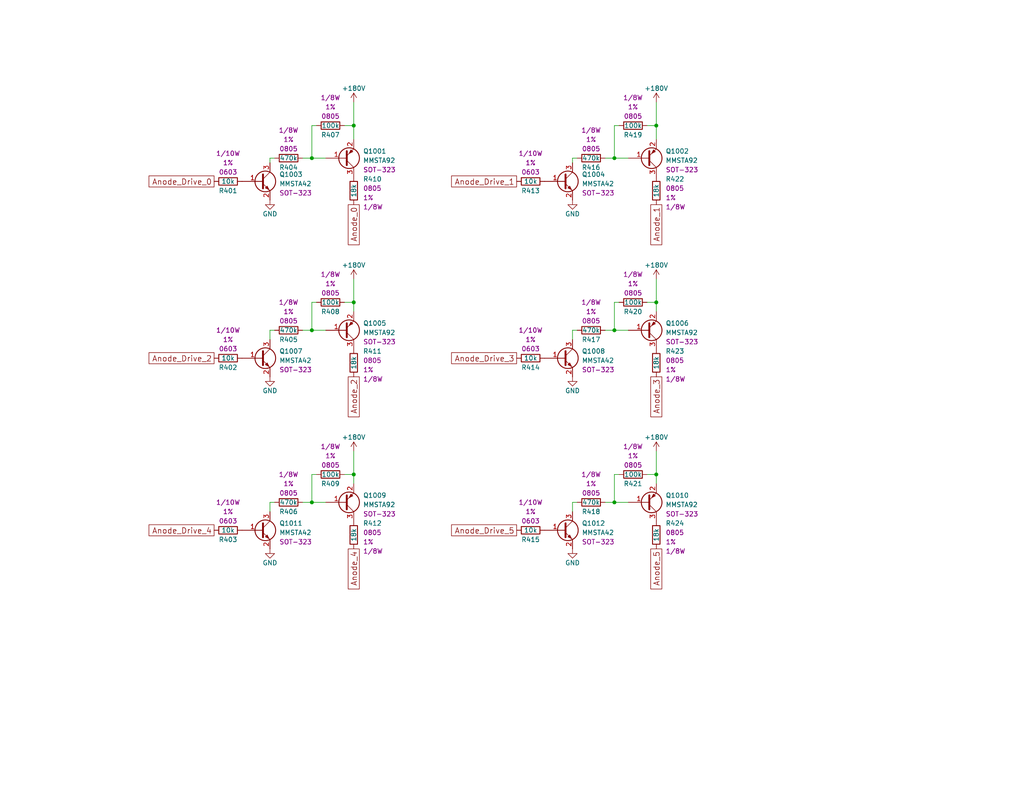
<source format=kicad_sch>
(kicad_sch (version 20230121) (generator eeschema)
  (paper "A")
  (title_block (date "2023-05-21") (rev "PRELIM") (company "Drew Maatman"))
  (lib_symbols
    (symbol "Custom Library:+180V" (power) (pin_names (offset 0))
      (property "Value" "+180V" (at 0 3.81 0))
      (symbol "+180V_0_1"
        (polyline (pts (xy -0.762 1.27) (xy 0 2.54)))
        (polyline (pts (xy 0 0) (xy 0 2.54)))
        (polyline (pts (xy 0 2.54) (xy 0.762 1.27)))
      )
      (symbol "+180V_1_1"
        (pin power_in line (at 0 0 90) (length 0) hide (name "+180V") (number "1"))
      )
    )
    (symbol "Custom Library:R_Custom" (pin_numbers hide) (pin_names (offset 1.016) hide)
      (property "Reference" "R" (at -2.54 0 90))
      (property "Value" "R_Custom" (at 0 0 90))
      (property "display_footprint" "Foot" (at 2.54 0 90))
      (property "Tolerance" "Tol" (at 5.08 0 90))
      (property "Wattage" "W" (at 7.62 0 90))
      (symbol "R_Custom_0_1"
        (rectangle (start 1.016 2.54) (end -1.016 -2.54) (stroke (width 0.254)))
      )
      (symbol "R_Custom_1_1"
        (pin passive line (at 0 3.81 270) (length 1.27) (name "1") (number "1"))
        (pin passive line (at 0 -3.81 90) (length 1.27) (name "2") (number "2"))
      )
    )
    (symbol "Nixie-Clock-rescue:GND" (power) (pin_names (offset 0))
      (property "Value" "GND" (at 0 -3.81 0))
      (symbol "GND_0_1"
        (polyline (pts (xy 0 0) (xy 0 -1.27) (xy 1.27 -1.27) (xy 0 -2.54) (xy -1.27 -1.27) (xy 0 -1.27)))
      )
      (symbol "GND_1_1"
        (pin power_in line (at 0 0 270) (length 0) hide (name "GND") (number "1"))
      )
    )
    (symbol "Nixie-Clock-rescue:Q_NPN_BEC" (pin_names (offset 0) hide)
      (property "Reference" "Q" (at 5.08 1.27 0))
      (property "Value" "Q_NPN_BEC" (at 5.08 -1.27 0))
      (symbol "Q_NPN_BEC_0_1"
        (polyline (pts (xy 0.635 0.635) (xy 2.54 2.54)))
        (polyline (pts (xy 0.635 -0.635) (xy 2.54 -2.54) (xy 2.54 -2.54)))
        (polyline (pts (xy 0.635 1.905) (xy 0.635 -1.905) (xy 0.635 -1.905)) (stroke (width 0.508)))
        (polyline (pts (xy 1.27 -1.778) (xy 1.778 -1.27) (xy 2.286 -2.286) (xy 1.27 -1.778) (xy 1.27 -1.778)) (fill (type outline)))
        (circle (center 1.27 0) (radius 2.8194) (stroke (width 0.254)))
      )
      (symbol "Q_NPN_BEC_1_1"
        (pin input line (at -5.08 0 0) (length 5.715) (name "B") (number "1"))
        (pin passive line (at 2.54 -5.08 90) (length 2.54) (name "E") (number "2"))
        (pin passive line (at 2.54 5.08 270) (length 2.54) (name "C") (number "3"))
      )
    )
    (symbol "Nixie-Clock-rescue:Q_PNP_BEC" (pin_names (offset 0) hide)
      (property "Reference" "Q" (at 5.08 1.27 0))
      (property "Value" "Q_PNP_BEC" (at 5.08 -1.27 0))
      (symbol "Q_PNP_BEC_0_1"
        (polyline (pts (xy 0.635 0.635) (xy 2.54 2.54)))
        (polyline (pts (xy 0.635 -0.635) (xy 2.54 -2.54) (xy 2.54 -2.54)))
        (polyline (pts (xy 0.635 1.905) (xy 0.635 -1.905) (xy 0.635 -1.905)) (stroke (width 0.508)))
        (polyline (pts (xy 2.286 -1.778) (xy 1.778 -2.286) (xy 1.27 -1.27) (xy 2.286 -1.778) (xy 2.286 -1.778)) (fill (type outline)))
        (circle (center 1.27 0) (radius 2.8194) (stroke (width 0.254)))
      )
      (symbol "Q_PNP_BEC_1_1"
        (pin input line (at -5.08 0 0) (length 5.715) (name "B") (number "1"))
        (pin passive line (at 2.54 -5.08 90) (length 2.54) (name "E") (number "2"))
        (pin passive line (at 2.54 5.08 270) (length 2.54) (name "C") (number "3"))
      )
    )
  )
  (junction (at 96.52 129.54))
  (junction (at 85.09 137.16))
  (junction (at 96.52 34.29))
  (junction (at 85.09 43.18))
  (junction (at 179.07 34.29))
  (junction (at 167.64 43.18))
  (junction (at 96.52 82.55))
  (junction (at 179.07 82.55))
  (junction (at 167.64 137.16))
  (junction (at 85.09 90.17))
  (junction (at 167.64 90.17))
  (junction (at 179.07 129.54))
  (wire (pts (xy 168.91 129.54) (xy 167.64 129.54)))
  (wire (pts (xy 85.09 129.54) (xy 85.09 137.16)))
  (wire (pts (xy 156.21 137.16) (xy 156.21 139.7)))
  (wire (pts (xy 73.66 137.16) (xy 73.66 139.7)))
  (wire (pts (xy 96.52 129.54) (xy 96.52 132.08)))
  (wire (pts (xy 86.36 34.29) (xy 85.09 34.29)))
  (wire (pts (xy 179.07 129.54) (xy 179.07 132.08)))
  (wire (pts (xy 179.07 34.29) (xy 179.07 38.1)))
  (wire (pts (xy 74.93 137.16) (xy 73.66 137.16)))
  (wire (pts (xy 86.36 82.55) (xy 85.09 82.55)))
  (wire (pts (xy 179.07 129.54) (xy 176.53 129.54)))
  (wire (pts (xy 179.07 82.55) (xy 179.07 85.09)))
  (wire (pts (xy 168.91 82.55) (xy 167.64 82.55)))
  (wire (pts (xy 179.07 27.94) (xy 179.07 34.29)))
  (wire (pts (xy 96.52 123.19) (xy 96.52 129.54)))
  (wire (pts (xy 156.21 43.18) (xy 156.21 44.45)))
  (wire (pts (xy 96.52 34.29) (xy 93.98 34.29)))
  (wire (pts (xy 168.91 34.29) (xy 167.64 34.29)))
  (wire (pts (xy 157.48 43.18) (xy 156.21 43.18)))
  (wire (pts (xy 157.48 90.17) (xy 156.21 90.17)))
  (wire (pts (xy 73.66 90.17) (xy 73.66 92.71)))
  (wire (pts (xy 85.09 137.16) (xy 88.9 137.16)))
  (wire (pts (xy 156.21 90.17) (xy 156.21 92.71)))
  (wire (pts (xy 165.1 90.17) (xy 167.64 90.17)))
  (wire (pts (xy 167.64 43.18) (xy 171.45 43.18)))
  (wire (pts (xy 96.52 82.55) (xy 93.98 82.55)))
  (wire (pts (xy 167.64 90.17) (xy 171.45 90.17)))
  (wire (pts (xy 179.07 34.29) (xy 176.53 34.29)))
  (wire (pts (xy 167.64 82.55) (xy 167.64 90.17)))
  (wire (pts (xy 165.1 43.18) (xy 167.64 43.18)))
  (wire (pts (xy 167.64 129.54) (xy 167.64 137.16)))
  (wire (pts (xy 96.52 82.55) (xy 96.52 85.09)))
  (wire (pts (xy 167.64 137.16) (xy 171.45 137.16)))
  (wire (pts (xy 82.55 137.16) (xy 85.09 137.16)))
  (wire (pts (xy 96.52 27.94) (xy 96.52 34.29)))
  (wire (pts (xy 96.52 34.29) (xy 96.52 38.1)))
  (wire (pts (xy 96.52 76.2) (xy 96.52 82.55)))
  (wire (pts (xy 96.52 129.54) (xy 93.98 129.54)))
  (wire (pts (xy 179.07 76.2) (xy 179.07 82.55)))
  (wire (pts (xy 74.93 90.17) (xy 73.66 90.17)))
  (wire (pts (xy 157.48 137.16) (xy 156.21 137.16)))
  (wire (pts (xy 82.55 90.17) (xy 85.09 90.17)))
  (wire (pts (xy 179.07 123.19) (xy 179.07 129.54)))
  (wire (pts (xy 86.36 129.54) (xy 85.09 129.54)))
  (wire (pts (xy 85.09 90.17) (xy 88.9 90.17)))
  (wire (pts (xy 82.55 43.18) (xy 85.09 43.18)))
  (wire (pts (xy 73.66 43.18) (xy 73.66 44.45)))
  (wire (pts (xy 85.09 82.55) (xy 85.09 90.17)))
  (wire (pts (xy 85.09 34.29) (xy 85.09 43.18)))
  (wire (pts (xy 85.09 43.18) (xy 88.9 43.18)))
  (wire (pts (xy 167.64 34.29) (xy 167.64 43.18)))
  (wire (pts (xy 74.93 43.18) (xy 73.66 43.18)))
  (wire (pts (xy 165.1 137.16) (xy 167.64 137.16)))
  (wire (pts (xy 179.07 82.55) (xy 176.53 82.55)))
  (global_label "Anode_1" (shape passive) (at 179.07 55.88 270) (effects (font (size 1.524 1.524))) (property "Intersheetrefs" "${INTERSHEET_REFS}" (effects hide)))
  (global_label "Anode_5" (shape passive) (at 179.07 149.86 270) (effects (font (size 1.524 1.524))) (property "Intersheetrefs" "${INTERSHEET_REFS}" (effects hide)))
  (global_label "Anode_3" (shape passive) (at 179.07 102.87 270) (effects (font (size 1.524 1.524))) (property "Intersheetrefs" "${INTERSHEET_REFS}" (effects hide)))
  (global_label "Anode_Drive_2" (shape passive) (at 58.42 97.79 180) (effects (font (size 1.524 1.524))) (property "Intersheetrefs" "${INTERSHEET_REFS}" (effects hide)))
  (global_label "Anode_Drive_4" (shape passive) (at 58.42 144.78 180) (effects (font (size 1.524 1.524))) (property "Intersheetrefs" "${INTERSHEET_REFS}" (effects hide)))
  (global_label "Anode_Drive_3" (shape passive) (at 140.97 97.79 180) (effects (font (size 1.524 1.524))) (property "Intersheetrefs" "${INTERSHEET_REFS}" (effects hide)))
  (global_label "Anode_Drive_1" (shape passive) (at 140.97 49.53 180) (effects (font (size 1.524 1.524))) (property "Intersheetrefs" "${INTERSHEET_REFS}" (effects hide)))
  (global_label "Anode_Drive_0" (shape passive) (at 58.42 49.53 180) (effects (font (size 1.524 1.524))) (property "Intersheetrefs" "${INTERSHEET_REFS}" (effects hide)))
  (global_label "Anode_2" (shape passive) (at 96.52 102.87 270) (effects (font (size 1.524 1.524))) (property "Intersheetrefs" "${INTERSHEET_REFS}" (effects hide)))
  (global_label "Anode_4" (shape passive) (at 96.52 149.86 270) (effects (font (size 1.524 1.524))) (property "Intersheetrefs" "${INTERSHEET_REFS}" (effects hide)))
  (global_label "Anode_Drive_5" (shape passive) (at 140.97 144.78 180) (effects (font (size 1.524 1.524))) (property "Intersheetrefs" "${INTERSHEET_REFS}" (effects hide)))
  (global_label "Anode_0" (shape passive) (at 96.52 55.88 270) (effects (font (size 1.524 1.524))) (property "Intersheetrefs" "${INTERSHEET_REFS}" (effects hide)))
  (symbol (lib_id "Custom Library:R_Custom") (at 161.29 90.17 90) (unit 1)
    (property "Reference" "R417" (at 161.29 92.71 90))
    (property "Value" "470k" (at 161.29 90.17 90))
    (property "Footprint" "Resistors_SMD:R_0805" (effects hide))
    (property "display_footprint" "0805" (at 161.29 87.63 90))
    (property "Tolerance" "1%" (at 161.29 85.09 90))
    (property "Wattage" "1/8W" (at 161.29 82.55 90))
    (property "Digi-Key PN" "PN" (effects hide))
  )
  (symbol (lib_id "Custom Library:R_Custom") (at 161.29 137.16 90) (unit 1)
    (property "Reference" "R418" (at 161.29 139.7 90))
    (property "Value" "470k" (at 161.29 137.16 90))
    (property "Footprint" "Resistors_SMD:R_0805" (effects hide))
    (property "display_footprint" "0805" (at 161.29 134.62 90))
    (property "Tolerance" "1%" (at 161.29 132.08 90))
    (property "Wattage" "1/8W" (at 161.29 129.54 90))
    (property "Digi-Key PN" "PN" (effects hide))
  )
  (symbol (lib_id "Custom Library:R_Custom") (at 179.07 99.06 0) (mirror x) (unit 1)
    (property "Reference" "R423" (at 181.61 95.885 0) (effects (justify left)))
    (property "Value" "18k" (at 179.07 99.06 90))
    (property "Footprint" "Resistors_SMD:R_0805" (effects hide))
    (property "display_footprint" "0805" (at 181.61 98.425 0) (effects (justify left)))
    (property "Tolerance" "1%" (at 181.61 100.965 0) (effects (justify left)))
    (property "Wattage" "1/8W" (at 181.61 103.505 0) (effects (justify left)))
    (property "Digi-Key PN" "PN" (effects hide))
  )
  (symbol (lib_id "Custom Library:R_Custom") (at 144.78 49.53 90) (unit 1)
    (property "Reference" "R413" (at 144.78 52.07 90))
    (property "Value" "10k" (at 144.78 49.53 90))
    (property "Footprint" "Resistors_SMD:R_0603" (effects hide))
    (property "display_footprint" "0603" (at 144.78 46.99 90))
    (property "Tolerance" "1%" (at 144.78 44.45 90))
    (property "Wattage" "1/10W" (at 144.78 41.91 90))
    (property "Digi-Key PN" "PN" (effects hide))
  )
  (symbol (lib_id "Nixie-Clock-rescue:Q_NPN_BEC") (at 153.67 97.79 0) (unit 1)
    (property "Reference" "Q1008" (at 158.75 95.885 0) (effects (justify left)))
    (property "Value" "MMSTA42" (at 158.75 98.425 0) (effects (justify left)))
    (property "Footprint" "TO_SOT_Packages_SMD:SOT-323_SC-70" (effects hide))
    (property "Footprint Display" "SOT-323" (at 158.75 100.965 0) (effects (justify left)))
    (instances (project "Nixie Clock" (path "" (reference "Q1008") (unit 1))) (project "IN12_carrier" (path "" (reference "Q408") (unit 1))))
  )
  (symbol (lib_id "Custom Library:+180V") (at 179.07 76.2 0) (unit 1)
    (property "Reference" "#PWR0410" (effects hide))
    (property "Value" "+180V" (at 179.07 72.39 0))
  )
  (symbol (lib_id "Nixie-Clock-rescue:Q_PNP_BEC") (at 93.98 90.17 0) (mirror x) (unit 1)
    (property "Reference" "Q1005" (at 99.06 88.265 0) (effects (justify left)))
    (property "Value" "MMSTA92" (at 99.06 90.805 0) (effects (justify left)))
    (property "Footprint" "TO_SOT_Packages_SMD:SOT-323_SC-70" (effects hide))
    (property "Footprint Display" "SOT-323" (at 99.06 93.345 0) (effects (justify left)))
    (instances (project "Nixie Clock" (path "" (reference "Q1005") (unit 1))) (project "IN12_carrier" (path "" (reference "Q405") (unit 1))))
  )
  (symbol (lib_id "Nixie-Clock-rescue:GND") (at 156.21 54.61 0) (unit 1)
    (property "Reference" "#PWR0117" (effects hide))
    (property "Value" "GND" (at 156.21 58.42 0))
    (instances (project "Nixie Clock" (path "" (reference "#PWR0117") (unit 1))) (project "IN12_carrier" (path "" (reference "#PWR0407") (unit 1))))
  )
  (symbol (lib_id "Custom Library:R_Custom") (at 96.52 146.05 0) (mirror x) (unit 1)
    (property "Reference" "R412" (at 99.06 142.875 0) (effects (justify left)))
    (property "Value" "18k" (at 96.52 146.05 90))
    (property "Footprint" "Resistors_SMD:R_0805" (effects hide))
    (property "display_footprint" "0805" (at 99.06 145.415 0) (effects (justify left)))
    (property "Tolerance" "1%" (at 99.06 147.955 0) (effects (justify left)))
    (property "Wattage" "1/8W" (at 99.06 150.495 0) (effects (justify left)))
    (property "Digi-Key PN" "PN" (effects hide))
  )
  (symbol (lib_id "Custom Library:R_Custom") (at 62.23 97.79 90) (unit 1)
    (property "Reference" "R402" (at 62.23 100.33 90))
    (property "Value" "10k" (at 62.23 97.79 90))
    (property "Footprint" "Resistors_SMD:R_0603" (effects hide))
    (property "display_footprint" "0603" (at 62.23 95.25 90))
    (property "Tolerance" "1%" (at 62.23 92.71 90))
    (property "Wattage" "1/10W" (at 62.23 90.17 90))
    (property "Digi-Key PN" "PN" (effects hide))
  )
  (symbol (lib_id "Nixie-Clock-rescue:GND") (at 73.66 149.86 0) (unit 1)
    (property "Reference" "#PWR0123" (effects hide))
    (property "Value" "GND" (at 73.66 153.67 0))
    (instances (project "Nixie Clock" (path "" (reference "#PWR0123") (unit 1))) (project "IN12_carrier" (path "" (reference "#PWR0403") (unit 1))))
  )
  (symbol (lib_id "Nixie-Clock-rescue:Q_PNP_BEC") (at 176.53 43.18 0) (mirror x) (unit 1)
    (property "Reference" "Q1002" (at 181.61 41.275 0) (effects (justify left)))
    (property "Value" "MMSTA92" (at 181.61 43.815 0) (effects (justify left)))
    (property "Footprint" "TO_SOT_Packages_SMD:SOT-323_SC-70" (effects hide))
    (property "Footprint Display" "SOT-323" (at 181.61 46.355 0) (effects (justify left)))
    (instances (project "Nixie Clock" (path "" (reference "Q1002") (unit 1))) (project "IN12_carrier" (path "" (reference "Q410") (unit 1))))
  )
  (symbol (lib_id "Nixie-Clock-rescue:Q_NPN_BEC") (at 71.12 49.53 0) (unit 1)
    (property "Reference" "Q1003" (at 76.2 47.625 0) (effects (justify left)))
    (property "Value" "MMSTA42" (at 76.2 50.165 0) (effects (justify left)))
    (property "Footprint" "TO_SOT_Packages_SMD:SOT-323_SC-70" (effects hide))
    (property "Footprint Display" "SOT-323" (at 76.2 52.705 0) (effects (justify left)))
    (instances (project "Nixie Clock" (path "" (reference "Q1003") (unit 1))) (project "IN12_carrier" (path "" (reference "Q401") (unit 1))))
  )
  (symbol (lib_id "Custom Library:R_Custom") (at 144.78 144.78 90) (unit 1)
    (property "Reference" "R415" (at 144.78 147.32 90))
    (property "Value" "10k" (at 144.78 144.78 90))
    (property "Footprint" "Resistors_SMD:R_0603" (effects hide))
    (property "display_footprint" "0603" (at 144.78 142.24 90))
    (property "Tolerance" "1%" (at 144.78 139.7 90))
    (property "Wattage" "1/10W" (at 144.78 137.16 90))
    (property "Digi-Key PN" "PN" (effects hide))
  )
  (symbol (lib_id "Custom Library:R_Custom") (at 161.29 43.18 90) (unit 1)
    (property "Reference" "R416" (at 161.29 45.72 90))
    (property "Value" "470k" (at 161.29 43.18 90))
    (property "Footprint" "Resistors_SMD:R_0805" (effects hide))
    (property "display_footprint" "0805" (at 161.29 40.64 90))
    (property "Tolerance" "1%" (at 161.29 38.1 90))
    (property "Wattage" "1/8W" (at 161.29 35.56 90))
    (property "Digi-Key PN" "PN" (effects hide))
  )
  (symbol (lib_id "Custom Library:+180V") (at 96.52 27.94 0) (unit 1)
    (property "Reference" "#PWR0404" (effects hide))
    (property "Value" "+180V" (at 96.52 24.13 0))
  )
  (symbol (lib_id "Custom Library:+180V") (at 96.52 123.19 0) (unit 1)
    (property "Reference" "#PWR0411" (effects hide))
    (property "Value" "+180V" (at 96.52 119.38 0))
  )
  (symbol (lib_id "Custom Library:R_Custom") (at 172.72 34.29 90) (unit 1)
    (property "Reference" "R419" (at 172.72 36.83 90))
    (property "Value" "100k" (at 172.72 34.29 90))
    (property "Footprint" "Resistors_SMD:R_0805" (effects hide))
    (property "display_footprint" "0805" (at 172.72 31.75 90))
    (property "Tolerance" "1%" (at 172.72 29.21 90))
    (property "Wattage" "1/8W" (at 172.72 26.67 90))
    (property "Digi-Key PN" "PN" (effects hide))
  )
  (symbol (lib_id "Custom Library:R_Custom") (at 96.52 99.06 0) (mirror x) (unit 1)
    (property "Reference" "R411" (at 99.06 95.885 0) (effects (justify left)))
    (property "Value" "18k" (at 96.52 99.06 90))
    (property "Footprint" "Resistors_SMD:R_0805" (effects hide))
    (property "display_footprint" "0805" (at 99.06 98.425 0) (effects (justify left)))
    (property "Tolerance" "1%" (at 99.06 100.965 0) (effects (justify left)))
    (property "Wattage" "1/8W" (at 99.06 103.505 0) (effects (justify left)))
    (property "Digi-Key PN" "PN" (effects hide))
  )
  (symbol (lib_id "Nixie-Clock-rescue:Q_NPN_BEC") (at 71.12 97.79 0) (unit 1)
    (property "Reference" "Q1007" (at 76.2 95.885 0) (effects (justify left)))
    (property "Value" "MMSTA42" (at 76.2 98.425 0) (effects (justify left)))
    (property "Footprint" "TO_SOT_Packages_SMD:SOT-323_SC-70" (effects hide))
    (property "Footprint Display" "SOT-323" (at 76.2 100.965 0) (effects (justify left)))
    (instances (project "Nixie Clock" (path "" (reference "Q1007") (unit 1))) (project "IN12_carrier" (path "" (reference "Q402") (unit 1))))
  )
  (symbol (lib_id "Custom Library:R_Custom") (at 179.07 146.05 0) (mirror x) (unit 1)
    (property "Reference" "R424" (at 181.61 142.875 0) (effects (justify left)))
    (property "Value" "18k" (at 179.07 146.05 90))
    (property "Footprint" "Resistors_SMD:R_0805" (effects hide))
    (property "display_footprint" "0805" (at 181.61 145.415 0) (effects (justify left)))
    (property "Tolerance" "1%" (at 181.61 147.955 0) (effects (justify left)))
    (property "Wattage" "1/8W" (at 181.61 150.495 0) (effects (justify left)))
    (property "Digi-Key PN" "PN" (effects hide))
  )
  (symbol (lib_id "Custom Library:R_Custom") (at 78.74 137.16 90) (unit 1)
    (property "Reference" "R406" (at 78.74 139.7 90))
    (property "Value" "470k" (at 78.74 137.16 90))
    (property "Footprint" "Resistors_SMD:R_0805" (effects hide))
    (property "display_footprint" "0805" (at 78.74 134.62 90))
    (property "Tolerance" "1%" (at 78.74 132.08 90))
    (property "Wattage" "1/8W" (at 78.74 129.54 90))
    (property "Digi-Key PN" "PN" (effects hide))
  )
  (symbol (lib_id "Custom Library:R_Custom") (at 96.52 52.07 0) (mirror x) (unit 1)
    (property "Reference" "R410" (at 99.06 48.895 0) (effects (justify left)))
    (property "Value" "18k" (at 96.52 52.07 90))
    (property "Footprint" "Resistors_SMD:R_0805" (effects hide))
    (property "display_footprint" "0805" (at 99.06 51.435 0) (effects (justify left)))
    (property "Tolerance" "1%" (at 99.06 53.975 0) (effects (justify left)))
    (property "Wattage" "1/8W" (at 99.06 56.515 0) (effects (justify left)))
    (property "Digi-Key PN" "PN" (effects hide))
  )
  (symbol (lib_id "Custom Library:R_Custom") (at 90.17 82.55 90) (unit 1)
    (property "Reference" "R408" (at 90.17 85.09 90))
    (property "Value" "100k" (at 90.17 82.55 90))
    (property "Footprint" "Resistors_SMD:R_0805" (effects hide))
    (property "display_footprint" "0805" (at 90.17 80.01 90))
    (property "Tolerance" "1%" (at 90.17 77.47 90))
    (property "Wattage" "1/8W" (at 90.17 74.93 90))
    (property "Digi-Key PN" "PN" (effects hide))
  )
  (symbol (lib_id "Custom Library:R_Custom") (at 172.72 82.55 90) (unit 1)
    (property "Reference" "R420" (at 172.72 85.09 90))
    (property "Value" "100k" (at 172.72 82.55 90))
    (property "Footprint" "Resistors_SMD:R_0805" (effects hide))
    (property "display_footprint" "0805" (at 172.72 80.01 90))
    (property "Tolerance" "1%" (at 172.72 77.47 90))
    (property "Wattage" "1/8W" (at 172.72 74.93 90))
    (property "Digi-Key PN" "PN" (effects hide))
  )
  (symbol (lib_id "Custom Library:R_Custom") (at 172.72 129.54 90) (unit 1)
    (property "Reference" "R421" (at 172.72 132.08 90))
    (property "Value" "100k" (at 172.72 129.54 90))
    (property "Footprint" "Resistors_SMD:R_0805" (effects hide))
    (property "display_footprint" "0805" (at 172.72 127 90))
    (property "Tolerance" "1%" (at 172.72 124.46 90))
    (property "Wattage" "1/8W" (at 172.72 121.92 90))
    (property "Digi-Key PN" "PN" (effects hide))
  )
  (symbol (lib_id "Custom Library:R_Custom") (at 90.17 34.29 90) (unit 1)
    (property "Reference" "R407" (at 90.17 36.83 90))
    (property "Value" "100k" (at 90.17 34.29 90))
    (property "Footprint" "Resistors_SMD:R_0805" (effects hide))
    (property "display_footprint" "0805" (at 90.17 31.75 90))
    (property "Tolerance" "1%" (at 90.17 29.21 90))
    (property "Wattage" "1/8W" (at 90.17 26.67 90))
    (property "Digi-Key PN" "PN" (effects hide))
  )
  (symbol (lib_id "Nixie-Clock-rescue:Q_PNP_BEC") (at 176.53 137.16 0) (mirror x) (unit 1)
    (property "Reference" "Q1010" (at 181.61 135.255 0) (effects (justify left)))
    (property "Value" "MMSTA92" (at 181.61 137.795 0) (effects (justify left)))
    (property "Footprint" "TO_SOT_Packages_SMD:SOT-323_SC-70" (effects hide))
    (property "Footprint Display" "SOT-323" (at 181.61 140.335 0) (effects (justify left)))
    (instances (project "Nixie Clock" (path "" (reference "Q1010") (unit 1))) (project "IN12_carrier" (path "" (reference "Q412") (unit 1))))
  )
  (symbol (lib_id "Nixie-Clock-rescue:Q_NPN_BEC") (at 153.67 49.53 0) (unit 1)
    (property "Reference" "Q1004" (at 158.75 47.625 0) (effects (justify left)))
    (property "Value" "MMSTA42" (at 158.75 50.165 0) (effects (justify left)))
    (property "Footprint" "TO_SOT_Packages_SMD:SOT-323_SC-70" (effects hide))
    (property "Footprint Display" "SOT-323" (at 158.75 52.705 0) (effects (justify left)))
    (instances (project "Nixie Clock" (path "" (reference "Q1004") (unit 1))) (project "IN12_carrier" (path "" (reference "Q407") (unit 1))))
  )
  (symbol (lib_id "Nixie-Clock-rescue:Q_PNP_BEC") (at 93.98 43.18 0) (mirror x) (unit 1)
    (property "Reference" "Q1001" (at 99.06 41.275 0) (effects (justify left)))
    (property "Value" "MMSTA92" (at 99.06 43.815 0) (effects (justify left)))
    (property "Footprint" "TO_SOT_Packages_SMD:SOT-323_SC-70" (effects hide))
    (property "Footprint Display" "SOT-323" (at 99.06 46.355 0) (effects (justify left)))
    (instances (project "Nixie Clock" (path "" (reference "Q1001") (unit 1))) (project "IN12_carrier" (path "" (reference "Q404") (unit 1))))
  )
  (symbol (lib_id "Custom Library:+180V") (at 179.07 123.19 0) (unit 1)
    (property "Reference" "#PWR0412" (effects hide))
    (property "Value" "+180V" (at 179.07 119.38 0))
  )
  (symbol (lib_id "Custom Library:R_Custom") (at 62.23 144.78 90) (unit 1)
    (property "Reference" "R403" (at 62.23 147.32 90))
    (property "Value" "10k" (at 62.23 144.78 90))
    (property "Footprint" "Resistors_SMD:R_0603" (effects hide))
    (property "display_footprint" "0603" (at 62.23 142.24 90))
    (property "Tolerance" "1%" (at 62.23 139.7 90))
    (property "Wattage" "1/10W" (at 62.23 137.16 90))
    (property "Digi-Key PN" "PN" (effects hide))
  )
  (symbol (lib_id "Custom Library:+180V") (at 179.07 27.94 0) (unit 1)
    (property "Reference" "#PWR0405" (effects hide))
    (property "Value" "+180V" (at 179.07 24.13 0))
  )
  (symbol (lib_id "Nixie-Clock-rescue:GND") (at 156.21 102.87 0) (unit 1)
    (property "Reference" "#PWR0121" (effects hide))
    (property "Value" "GND" (at 156.21 106.68 0))
    (instances (project "Nixie Clock" (path "" (reference "#PWR0121") (unit 1))) (project "IN12_carrier" (path "" (reference "#PWR0408") (unit 1))))
  )
  (symbol (lib_id "Nixie-Clock-rescue:GND") (at 156.21 149.86 0) (unit 1)
    (property "Reference" "#PWR0125" (effects hide))
    (property "Value" "GND" (at 156.21 153.67 0))
    (instances (project "Nixie Clock" (path "" (reference "#PWR0125") (unit 1))) (project "IN12_carrier" (path "" (reference "#PWR0409") (unit 1))))
  )
  (symbol (lib_id "Nixie-Clock-rescue:GND") (at 73.66 102.87 0) (unit 1)
    (property "Reference" "#PWR0119" (effects hide))
    (property "Value" "GND" (at 73.66 106.68 0))
    (instances (project "Nixie Clock" (path "" (reference "#PWR0119") (unit 1))) (project "IN12_carrier" (path "" (reference "#PWR0402") (unit 1))))
  )
  (symbol (lib_id "Nixie-Clock-rescue:Q_NPN_BEC") (at 71.12 144.78 0) (unit 1)
    (property "Reference" "Q1011" (at 76.2 142.875 0) (effects (justify left)))
    (property "Value" "MMSTA42" (at 76.2 145.415 0) (effects (justify left)))
    (property "Footprint" "TO_SOT_Packages_SMD:SOT-323_SC-70" (effects hide))
    (property "Footprint Display" "SOT-323" (at 76.2 147.955 0) (effects (justify left)))
    (instances (project "Nixie Clock" (path "" (reference "Q1011") (unit 1))) (project "IN12_carrier" (path "" (reference "Q403") (unit 1))))
  )
  (symbol (lib_id "Nixie-Clock-rescue:Q_PNP_BEC") (at 176.53 90.17 0) (mirror x) (unit 1)
    (property "Reference" "Q1006" (at 181.61 88.265 0) (effects (justify left)))
    (property "Value" "MMSTA92" (at 181.61 90.805 0) (effects (justify left)))
    (property "Footprint" "TO_SOT_Packages_SMD:SOT-323_SC-70" (effects hide))
    (property "Footprint Display" "SOT-323" (at 181.61 93.345 0) (effects (justify left)))
    (instances (project "Nixie Clock" (path "" (reference "Q1006") (unit 1))) (project "IN12_carrier" (path "" (reference "Q411") (unit 1))))
  )
  (symbol (lib_id "Nixie-Clock-rescue:GND") (at 73.66 54.61 0) (unit 1)
    (property "Reference" "#PWR0115" (effects hide))
    (property "Value" "GND" (at 73.66 58.42 0))
    (instances (project "Nixie Clock" (path "" (reference "#PWR0115") (unit 1))) (project "IN12_carrier" (path "" (reference "#PWR0401") (unit 1))))
  )
  (symbol (lib_id "Custom Library:R_Custom") (at 78.74 90.17 90) (unit 1)
    (property "Reference" "R405" (at 78.74 92.71 90))
    (property "Value" "470k" (at 78.74 90.17 90))
    (property "Footprint" "Resistors_SMD:R_0805" (effects hide))
    (property "display_footprint" "0805" (at 78.74 87.63 90))
    (property "Tolerance" "1%" (at 78.74 85.09 90))
    (property "Wattage" "1/8W" (at 78.74 82.55 90))
    (property "Digi-Key PN" "PN" (effects hide))
  )
  (symbol (lib_id "Custom Library:R_Custom") (at 179.07 52.07 0) (mirror x) (unit 1)
    (property "Reference" "R422" (at 181.61 48.895 0) (effects (justify left)))
    (property "Value" "18k" (at 179.07 52.07 90))
    (property "Footprint" "Resistors_SMD:R_0805" (effects hide))
    (property "display_footprint" "0805" (at 181.61 51.435 0) (effects (justify left)))
    (property "Tolerance" "1%" (at 181.61 53.975 0) (effects (justify left)))
    (property "Wattage" "1/8W" (at 181.61 56.515 0) (effects (justify left)))
    (property "Digi-Key PN" "PN" (effects hide))
  )
  (symbol (lib_id "Custom Library:R_Custom") (at 90.17 129.54 90) (unit 1)
    (property "Reference" "R409" (at 90.17 132.08 90))
    (property "Value" "100k" (at 90.17 129.54 90))
    (property "Footprint" "Resistors_SMD:R_0805" (effects hide))
    (property "display_footprint" "0805" (at 90.17 127 90))
    (property "Tolerance" "1%" (at 90.17 124.46 90))
    (property "Wattage" "1/8W" (at 90.17 121.92 90))
    (property "Digi-Key PN" "PN" (effects hide))
  )
  (symbol (lib_id "Custom Library:R_Custom") (at 144.78 97.79 90) (unit 1)
    (property "Reference" "R414" (at 144.78 100.33 90))
    (property "Value" "10k" (at 144.78 97.79 90))
    (property "Footprint" "Resistors_SMD:R_0603" (effects hide))
    (property "display_footprint" "0603" (at 144.78 95.25 90))
    (property "Tolerance" "1%" (at 144.78 92.71 90))
    (property "Wattage" "1/10W" (at 144.78 90.17 90))
    (property "Digi-Key PN" "PN" (effects hide))
  )
  (symbol (lib_id "Nixie-Clock-rescue:Q_PNP_BEC") (at 93.98 137.16 0) (mirror x) (unit 1)
    (property "Reference" "Q1009" (at 99.06 135.255 0) (effects (justify left)))
    (property "Value" "MMSTA92" (at 99.06 137.795 0) (effects (justify left)))
    (property "Footprint" "TO_SOT_Packages_SMD:SOT-323_SC-70" (effects hide))
    (property "Footprint Display" "SOT-323" (at 99.06 140.335 0) (effects (justify left)))
    (instances (project "Nixie Clock" (path "" (reference "Q1009") (unit 1))) (project "IN12_carrier" (path "" (reference "Q406") (unit 1))))
  )
  (symbol (lib_id "Custom Library:+180V") (at 96.52 76.2 0) (unit 1)
    (property "Reference" "#PWR0406" (effects hide))
    (property "Value" "+180V" (at 96.52 72.39 0))
  )
  (symbol (lib_id "Nixie-Clock-rescue:Q_NPN_BEC") (at 153.67 144.78 0) (unit 1)
    (property "Reference" "Q1012" (at 158.75 142.875 0) (effects (justify left)))
    (property "Value" "MMSTA42" (at 158.75 145.415 0) (effects (justify left)))
    (property "Footprint" "TO_SOT_Packages_SMD:SOT-323_SC-70" (effects hide))
    (property "Footprint Display" "SOT-323" (at 158.75 147.955 0) (effects (justify left)))
    (instances (project "Nixie Clock" (path "" (reference "Q1012") (unit 1))) (project "IN12_carrier" (path "" (reference "Q409") (unit 1))))
  )
  (symbol (lib_id "Custom Library:R_Custom") (at 78.74 43.18 90) (unit 1)
    (property "Reference" "R404" (at 78.74 45.72 90))
    (property "Value" "470k" (at 78.74 43.18 90))
    (property "Footprint" "Resistors_SMD:R_0805" (effects hide))
    (property "display_footprint" "0805" (at 78.74 40.64 90))
    (property "Tolerance" "1%" (at 78.74 38.1 90))
    (property "Wattage" "1/8W" (at 78.74 35.56 90))
    (property "Digi-Key PN" "PN" (effects hide))
  )
  (symbol (lib_id "Custom Library:R_Custom") (at 62.23 49.53 90) (unit 1)
    (property "Reference" "R401" (at 62.23 52.07 90))
    (property "Value" "10k" (at 62.23 49.53 90))
    (property "Footprint" "Resistors_SMD:R_0603" (effects hide))
    (property "display_footprint" "0603" (at 62.23 46.99 90))
    (property "Tolerance" "1%" (at 62.23 44.45 90))
    (property "Wattage" "1/10W" (at 62.23 41.91 90))
    (property "Digi-Key PN" "PN" (effects hide))
  )
)
</source>
